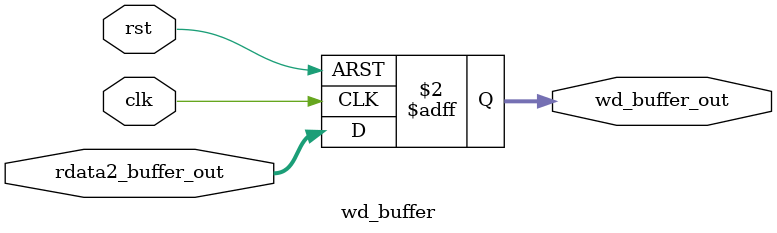
<source format=sv>
module wd_buffer(
    input logic clk,
    input logic rst,
    input logic [31:0] rdata2_buffer_out,
    output logic [31:0] wd_buffer_out
);

always_ff @(posedge clk or posedge rst) begin
    if (rst) begin
      wd_buffer_out <= 32'b0;
    end else begin
      wd_buffer_out <= rdata2_buffer_out;
    end
  end
endmodule

</source>
